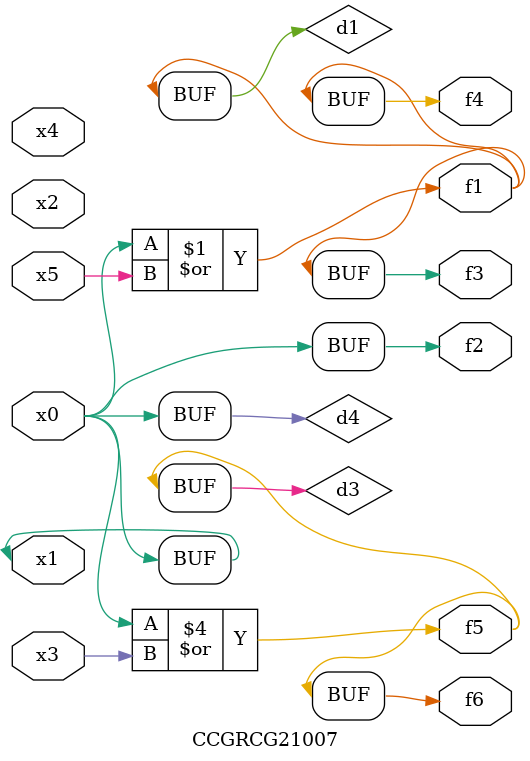
<source format=v>
module CCGRCG21007(
	input x0, x1, x2, x3, x4, x5,
	output f1, f2, f3, f4, f5, f6
);

	wire d1, d2, d3, d4;

	or (d1, x0, x5);
	xnor (d2, x1, x4);
	or (d3, x0, x3);
	buf (d4, x0, x1);
	assign f1 = d1;
	assign f2 = d4;
	assign f3 = d1;
	assign f4 = d1;
	assign f5 = d3;
	assign f6 = d3;
endmodule

</source>
